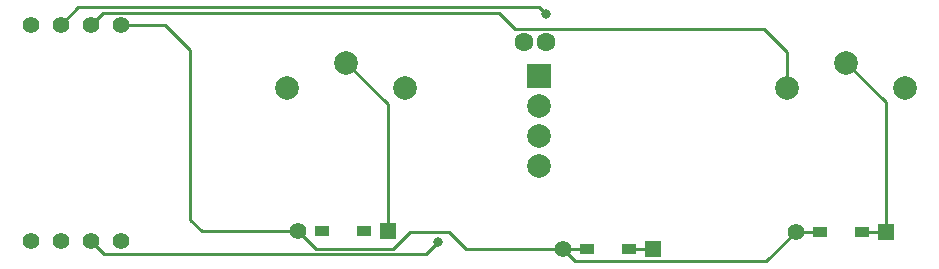
<source format=gbr>
G04 #@! TF.GenerationSoftware,KiCad,Pcbnew,(5.1.6-0-10_14)*
G04 #@! TF.CreationDate,2023-01-09T16:42:19+09:00*
G04 #@! TF.ProjectId,cool644,636f6f6c-3634-4342-9e6b-696361645f70,rev?*
G04 #@! TF.SameCoordinates,Original*
G04 #@! TF.FileFunction,Copper,L1,Top*
G04 #@! TF.FilePolarity,Positive*
%FSLAX46Y46*%
G04 Gerber Fmt 4.6, Leading zero omitted, Abs format (unit mm)*
G04 Created by KiCad (PCBNEW (5.1.6-0-10_14)) date 2023-01-09 16:42:19*
%MOMM*%
%LPD*%
G01*
G04 APERTURE LIST*
G04 #@! TA.AperFunction,ComponentPad*
%ADD10C,1.600000*%
G04 #@! TD*
G04 #@! TA.AperFunction,ComponentPad*
%ADD11R,2.000000X2.000000*%
G04 #@! TD*
G04 #@! TA.AperFunction,ComponentPad*
%ADD12C,2.000000*%
G04 #@! TD*
G04 #@! TA.AperFunction,ComponentPad*
%ADD13C,1.397000*%
G04 #@! TD*
G04 #@! TA.AperFunction,SMDPad,CuDef*
%ADD14R,1.300000X0.950000*%
G04 #@! TD*
G04 #@! TA.AperFunction,ComponentPad*
%ADD15R,1.397000X1.397000*%
G04 #@! TD*
G04 #@! TA.AperFunction,ViaPad*
%ADD16C,0.800000*%
G04 #@! TD*
G04 #@! TA.AperFunction,Conductor*
%ADD17C,0.250000*%
G04 #@! TD*
G04 APERTURE END LIST*
D10*
X167060000Y50550000D03*
X168910000Y50550000D03*
D11*
X168285000Y47710000D03*
D12*
X168285000Y45170000D03*
X168285000Y42630000D03*
X168285000Y40090000D03*
D13*
X132880000Y52040000D03*
X130340000Y52040000D03*
X127800000Y52040000D03*
X125260000Y52040000D03*
D14*
X149905000Y34560000D03*
X153455000Y34560000D03*
D15*
X155490000Y34560000D03*
D13*
X147870000Y34560000D03*
X125280000Y33710000D03*
X127820000Y33710000D03*
X130360000Y33710000D03*
X132900000Y33710000D03*
D14*
X192065000Y34500000D03*
X195615000Y34500000D03*
D15*
X197650000Y34500000D03*
D13*
X190030000Y34500000D03*
X170310000Y33050000D03*
D15*
X177930000Y33050000D03*
D14*
X175895000Y33050000D03*
X172345000Y33050000D03*
D12*
X189290000Y46720000D03*
X194290000Y48820000D03*
X199290000Y46720000D03*
X156970000Y46720000D03*
X151970000Y48820000D03*
X146970000Y46720000D03*
D16*
X159740000Y33610000D03*
X168900000Y52920000D03*
D17*
X197650000Y45460000D02*
X194290000Y48820000D01*
X197650000Y34500000D02*
X197650000Y45460000D01*
X197650000Y34500000D02*
X195615000Y34500000D01*
X192065000Y34500000D02*
X190030000Y34500000D01*
X170310000Y33050000D02*
X162090000Y33050000D01*
X156771001Y33858999D02*
X156778999Y33858999D01*
X155962002Y33050000D02*
X149380000Y33050000D01*
X138790000Y49910000D02*
X138790000Y35510000D01*
X190030000Y34500000D02*
X187556499Y32026499D01*
X160680000Y34460000D02*
X157380000Y34460000D01*
X138790000Y35510000D02*
X139740000Y34560000D01*
X172345000Y33050000D02*
X170310000Y33050000D01*
X139740000Y34560000D02*
X147870000Y34560000D01*
X187556499Y32026499D02*
X171333501Y32026499D01*
X171333501Y32026499D02*
X170310000Y33050000D01*
X156771001Y33858999D02*
X155962002Y33050000D01*
X156778999Y33858999D02*
X157380000Y34460000D01*
X132880000Y52040000D02*
X136660000Y52040000D01*
X162090000Y33050000D02*
X160680000Y34460000D01*
X136660000Y52040000D02*
X138790000Y49910000D01*
X149380000Y33050000D02*
X147870000Y34560000D01*
X177930000Y33050000D02*
X175895000Y33050000D01*
X155490000Y45300000D02*
X151970000Y48820000D01*
X155490000Y34560000D02*
X155490000Y45300000D01*
X148980010Y32599990D02*
X149193600Y32599990D01*
X131470010Y32599990D02*
X148980010Y32599990D01*
X148980010Y32599990D02*
X158729990Y32599990D01*
X158729990Y32599990D02*
X159740000Y33610000D01*
X130360000Y33710000D02*
X131470010Y32599990D01*
X130340000Y52040000D02*
X131363501Y53063501D01*
X189290000Y49370000D02*
X189290000Y46720000D01*
X166294999Y51675001D02*
X187314999Y51675001D01*
X187314999Y51675001D02*
X189290000Y49700000D01*
X164906499Y53063501D02*
X166294999Y51675001D01*
X189290000Y49700000D02*
X189290000Y49370000D01*
X131363501Y53063501D02*
X164906499Y53063501D01*
X130216489Y53513511D02*
X131177101Y53513511D01*
X168306489Y53513511D02*
X130216489Y53513511D01*
X129273511Y53513511D02*
X130216489Y53513511D01*
X168900000Y52920000D02*
X168306489Y53513511D01*
X127800000Y52040000D02*
X129273511Y53513511D01*
M02*

</source>
